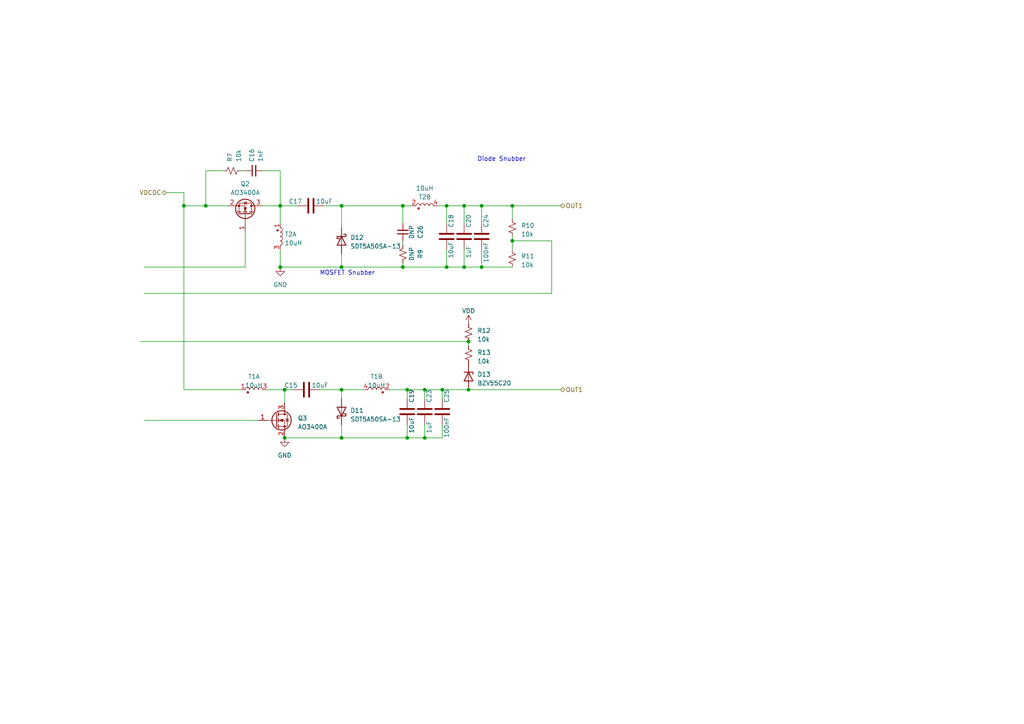
<source format=kicad_sch>
(kicad_sch (version 20230121) (generator eeschema)
  (paper "A4")
  (lib_symbols
    (symbol "Device:C" (pin_numbers hide) (pin_names (offset 0.254))
      (property "Reference" "C" (at 0.635 2.54 0))
      (property "Value" "C" (at 0.635 -2.54 0))
      (symbol "C_0_1"
        (polyline (pts (xy -2.032 -0.762) (xy 2.032 -0.762)) (stroke (width 0.508)))
        (polyline (pts (xy -2.032 0.762) (xy 2.032 0.762)) (stroke (width 0.508)))
      )
      (symbol "C_1_1"
        (pin passive line (at 0 3.81 270) (length 2.794) (name "~") (number "1"))
        (pin passive line (at 0 -3.81 90) (length 2.794) (name "~") (number "2"))
      )
    )
    (symbol "Device:C_Small" (pin_numbers hide) (pin_names (offset 0.254) hide)
      (property "Reference" "C" (at 0.254 1.778 0))
      (property "Value" "C_Small" (at 0.254 -2.032 0))
      (symbol "C_Small_0_1"
        (polyline (pts (xy -1.524 -0.508) (xy 1.524 -0.508)) (stroke (width 0.3302)))
        (polyline (pts (xy -1.524 0.508) (xy 1.524 0.508)) (stroke (width 0.3048)))
      )
      (symbol "C_Small_1_1"
        (pin passive line (at 0 2.54 270) (length 2.032) (name "~") (number "1"))
        (pin passive line (at 0 -2.54 90) (length 2.032) (name "~") (number "2"))
      )
    )
    (symbol "Device:D_Schottky" (pin_numbers hide) (pin_names (offset 1.016) hide)
      (property "Reference" "D" (at 0 2.54 0))
      (property "Value" "D_Schottky" (at 0 -2.54 0))
      (symbol "D_Schottky_0_1"
        (polyline (pts (xy 1.27 0) (xy -1.27 0)))
        (polyline (pts (xy 1.27 1.27) (xy 1.27 -1.27) (xy -1.27 0) (xy 1.27 1.27)) (stroke (width 0.254)))
        (polyline (pts (xy -1.905 0.635) (xy -1.905 1.27) (xy -1.27 1.27) (xy -1.27 -1.27) (xy -0.635 -1.27) (xy -0.635 -0.635)) (stroke (width 0.254)))
      )
      (symbol "D_Schottky_1_1"
        (pin passive line (at -3.81 0 0) (length 2.54) (name "K") (number "1"))
        (pin passive line (at 3.81 0 180) (length 2.54) (name "A") (number "2"))
      )
    )
    (symbol "Device:D_Zener" (pin_numbers hide) (pin_names (offset 1.016) hide)
      (property "Reference" "D" (at 0 2.54 0))
      (property "Value" "D_Zener" (at 0 -2.54 0))
      (symbol "D_Zener_0_1"
        (polyline (pts (xy 1.27 0) (xy -1.27 0)))
        (polyline (pts (xy -1.27 -1.27) (xy -1.27 1.27) (xy -0.762 1.27)) (stroke (width 0.254)))
        (polyline (pts (xy 1.27 -1.27) (xy 1.27 1.27) (xy -1.27 0) (xy 1.27 -1.27)) (stroke (width 0.254)))
      )
      (symbol "D_Zener_1_1"
        (pin passive line (at -3.81 0 0) (length 2.54) (name "K") (number "1"))
        (pin passive line (at 3.81 0 180) (length 2.54) (name "A") (number "2"))
      )
    )
    (symbol "Device:R_Small_US" (pin_numbers hide) (pin_names (offset 0.254) hide)
      (property "Reference" "R" (at 0.762 0.508 0))
      (property "Value" "R_Small_US" (at 0.762 -1.016 0))
      (symbol "R_Small_US_1_1"
        (polyline (pts (xy 0 0) (xy 1.016 -0.381) (xy 0 -0.762) (xy -1.016 -1.143) (xy 0 -1.524)))
        (polyline (pts (xy 0 1.524) (xy 1.016 1.143) (xy 0 0.762) (xy -1.016 0.381) (xy 0 0)))
        (pin passive line (at 0 2.54 270) (length 1.016) (name "~") (number "1"))
        (pin passive line (at 0 -2.54 90) (length 1.016) (name "~") (number "2"))
      )
    )
    (symbol "Transistor_FET:AO3400A" (pin_names hide)
      (property "Reference" "Q" (at 5.08 1.905 0))
      (property "Value" "AO3400A" (at 5.08 0 0))
      (symbol "AO3400A_0_1"
        (polyline (pts (xy 0.254 0) (xy -2.54 0)))
        (polyline (pts (xy 0.254 1.905) (xy 0.254 -1.905)) (stroke (width 0.254)))
        (polyline (pts (xy 0.762 -1.27) (xy 0.762 -2.286)) (stroke (width 0.254)))
        (polyline (pts (xy 0.762 0.508) (xy 0.762 -0.508)) (stroke (width 0.254)))
        (polyline (pts (xy 0.762 2.286) (xy 0.762 1.27)) (stroke (width 0.254)))
        (polyline (pts (xy 2.54 2.54) (xy 2.54 1.778)))
        (polyline (pts (xy 2.54 -2.54) (xy 2.54 0) (xy 0.762 0)))
        (polyline (pts (xy 0.762 -1.778) (xy 3.302 -1.778) (xy 3.302 1.778) (xy 0.762 1.778)))
        (polyline (pts (xy 1.016 0) (xy 2.032 0.381) (xy 2.032 -0.381) (xy 1.016 0)) (fill (type outline)))
        (polyline (pts (xy 2.794 0.508) (xy 2.921 0.381) (xy 3.683 0.381) (xy 3.81 0.254)))
        (polyline (pts (xy 3.302 0.381) (xy 2.921 -0.254) (xy 3.683 -0.254) (xy 3.302 0.381)))
        (circle (center 1.651 0) (radius 2.794) (stroke (width 0.254)))
        (circle (center 2.54 -1.778) (radius 0.254) (fill (type outline)))
        (circle (center 2.54 1.778) (radius 0.254) (fill (type outline)))
      )
      (symbol "AO3400A_1_1"
        (pin input line (at -5.08 0 0) (length 2.54) (name "G") (number "1"))
        (pin passive line (at 2.54 -5.08 90) (length 2.54) (name "S") (number "2"))
        (pin passive line (at 2.54 5.08 270) (length 2.54) (name "D") (number "3"))
      )
    )
    (symbol "power:GND" (power) (pin_names (offset 0))
      (property "Value" "GND" (at 0 -3.81 0))
      (symbol "GND_0_1"
        (polyline (pts (xy 0 0) (xy 0 -1.27) (xy 1.27 -1.27) (xy 0 -2.54) (xy -1.27 -1.27) (xy 0 -1.27)))
      )
      (symbol "GND_1_1"
        (pin power_in line (at 0 0 270) (length 0) hide (name "GND") (number "1"))
      )
    )
    (symbol "power:VDD" (power) (pin_names (offset 0))
      (property "Value" "VDD" (at 0 3.81 0))
      (symbol "VDD_0_1"
        (polyline (pts (xy -0.762 1.27) (xy 0 2.54)))
        (polyline (pts (xy 0 0) (xy 0 2.54)))
        (polyline (pts (xy 0 2.54) (xy 0.762 1.27)))
      )
      (symbol "VDD_1_1"
        (pin power_in line (at 0 0 90) (length 0) hide (name "VDD") (number "1"))
      )
    )
    (symbol "symbols:Coilcraft_MSD1260_Split"
      (property "Reference" "T" (at 1.524 0 0))
      (property "Value" "Coilcraft_MSD1260_Split" (at 14.986 0.254 0))
      (symbol "Coilcraft_MSD1260_Split_0_1"
        (arc (start 0 -1.27) (mid -0.6323 -1.905) (end 0 -2.54))
        (arc (start 0 0) (mid -0.6323 -0.635) (end 0 -1.27))
        (arc (start 0 1.27) (mid -0.6323 0.635) (end 0 0))
        (arc (start 0 2.54) (mid -0.6323 1.905) (end 0 1.27))
        (circle (center 0.762 -1.778) (radius 0.254) (fill (type outline)))
      )
      (symbol "Coilcraft_MSD1260_Split_1_1"
        (pin passive line (at 0 -3.81 90) (length 1.27) (name "") (number "1"))
        (pin passive line (at 0 3.81 270) (length 1.27) (name "") (number "3"))
      )
      (symbol "Coilcraft_MSD1260_Split_2_1"
        (pin passive line (at 0 -3.81 90) (length 1.27) (name "") (number "2"))
        (pin passive line (at 0 3.81 270) (length 1.27) (name "") (number "4"))
      )
    )
  )
  (junction (at 99.06 59.69))
  (junction (at 118.11 113.03))
  (junction (at 134.62 59.69))
  (junction (at 53.34 59.69))
  (junction (at 139.7 77.47))
  (junction (at 118.11 127))
  (junction (at 123.19 127))
  (junction (at 116.84 59.69))
  (junction (at 134.62 77.47))
  (junction (at 139.7 59.69))
  (junction (at 128.27 113.03))
  (junction (at 99.06 77.47))
  (junction (at 148.59 69.85))
  (junction (at 82.55 113.03))
  (junction (at 123.19 113.03))
  (junction (at 148.59 59.69))
  (junction (at 99.06 127))
  (junction (at 116.84 77.47))
  (junction (at 135.89 99.06))
  (junction (at 59.69 59.69))
  (junction (at 82.55 127))
  (junction (at 81.28 59.69))
  (junction (at 81.28 77.47))
  (junction (at 129.54 77.47))
  (junction (at 99.06 113.03))
  (junction (at 129.54 59.69))
  (junction (at 135.89 113.03))
  (wire (pts (xy 160.02 69.85) (xy 160.02 85.09)))
  (wire (pts (xy 81.28 59.69) (xy 86.36 59.69)))
  (wire (pts (xy 41.91 77.47) (xy 71.12 77.47)))
  (wire (pts (xy 99.06 73.66) (xy 99.06 77.47)))
  (wire (pts (xy 99.06 113.03) (xy 105.41 113.03)))
  (wire (pts (xy 134.62 59.69) (xy 134.62 64.77)))
  (wire (pts (xy 129.54 64.77) (xy 129.54 59.69)))
  (wire (pts (xy 64.77 49.53) (xy 59.69 49.53)))
  (wire (pts (xy 128.27 123.19) (xy 128.27 127)))
  (wire (pts (xy 116.84 76.2) (xy 116.84 77.47)))
  (wire (pts (xy 69.85 113.03) (xy 53.34 113.03)))
  (wire (pts (xy 148.59 59.69) (xy 148.59 63.5)))
  (wire (pts (xy 92.71 113.03) (xy 99.06 113.03)))
  (wire (pts (xy 148.59 69.85) (xy 148.59 72.39)))
  (wire (pts (xy 123.19 113.03) (xy 123.19 115.57)))
  (wire (pts (xy 81.28 59.69) (xy 81.28 64.77)))
  (wire (pts (xy 53.34 55.88) (xy 53.34 59.69)))
  (wire (pts (xy 82.55 113.03) (xy 85.09 113.03)))
  (wire (pts (xy 123.19 113.03) (xy 128.27 113.03)))
  (wire (pts (xy 41.91 121.92) (xy 74.93 121.92)))
  (wire (pts (xy 118.11 113.03) (xy 123.19 113.03)))
  (wire (pts (xy 69.85 49.53) (xy 71.12 49.53)))
  (wire (pts (xy 48.26 55.88) (xy 53.34 55.88)))
  (wire (pts (xy 134.62 59.69) (xy 139.7 59.69)))
  (wire (pts (xy 82.55 127) (xy 99.06 127)))
  (wire (pts (xy 99.06 123.19) (xy 99.06 127)))
  (wire (pts (xy 99.06 59.69) (xy 116.84 59.69)))
  (wire (pts (xy 113.03 113.03) (xy 118.11 113.03)))
  (wire (pts (xy 116.84 71.12) (xy 116.84 69.85)))
  (wire (pts (xy 128.27 113.03) (xy 135.89 113.03)))
  (wire (pts (xy 81.28 49.53) (xy 81.28 59.69)))
  (wire (pts (xy 116.84 59.69) (xy 119.38 59.69)))
  (wire (pts (xy 53.34 59.69) (xy 59.69 59.69)))
  (wire (pts (xy 118.11 113.03) (xy 118.11 115.57)))
  (wire (pts (xy 93.98 59.69) (xy 99.06 59.69)))
  (wire (pts (xy 123.19 127) (xy 128.27 127)))
  (wire (pts (xy 139.7 59.69) (xy 148.59 59.69)))
  (wire (pts (xy 135.89 99.06) (xy 135.89 100.33)))
  (wire (pts (xy 135.89 113.03) (xy 162.56 113.03)))
  (wire (pts (xy 59.69 49.53) (xy 59.69 59.69)))
  (wire (pts (xy 53.34 59.69) (xy 53.34 113.03)))
  (wire (pts (xy 99.06 127) (xy 118.11 127)))
  (wire (pts (xy 116.84 64.77) (xy 116.84 59.69)))
  (wire (pts (xy 139.7 64.77) (xy 139.7 59.69)))
  (wire (pts (xy 71.12 67.31) (xy 71.12 77.47)))
  (wire (pts (xy 135.89 99.06) (xy 40.64 99.06)))
  (wire (pts (xy 129.54 77.47) (xy 129.54 72.39)))
  (wire (pts (xy 118.11 127) (xy 118.11 123.19)))
  (wire (pts (xy 116.84 77.47) (xy 129.54 77.47)))
  (wire (pts (xy 81.28 77.47) (xy 81.28 72.39)))
  (wire (pts (xy 127 59.69) (xy 129.54 59.69)))
  (wire (pts (xy 134.62 77.47) (xy 139.7 77.47)))
  (wire (pts (xy 118.11 127) (xy 123.19 127)))
  (wire (pts (xy 41.91 85.09) (xy 160.02 85.09)))
  (wire (pts (xy 123.19 123.19) (xy 123.19 127)))
  (wire (pts (xy 128.27 113.03) (xy 128.27 115.57)))
  (wire (pts (xy 99.06 77.47) (xy 116.84 77.47)))
  (wire (pts (xy 148.59 68.58) (xy 148.59 69.85)))
  (wire (pts (xy 82.55 113.03) (xy 82.55 116.84)))
  (wire (pts (xy 148.59 69.85) (xy 160.02 69.85)))
  (wire (pts (xy 148.59 59.69) (xy 162.56 59.69)))
  (wire (pts (xy 59.69 59.69) (xy 66.04 59.69)))
  (wire (pts (xy 139.7 77.47) (xy 148.59 77.47)))
  (wire (pts (xy 76.2 49.53) (xy 81.28 49.53)))
  (wire (pts (xy 134.62 72.39) (xy 134.62 77.47)))
  (wire (pts (xy 99.06 59.69) (xy 99.06 66.04)))
  (wire (pts (xy 81.28 77.47) (xy 99.06 77.47)))
  (wire (pts (xy 129.54 77.47) (xy 134.62 77.47)))
  (wire (pts (xy 139.7 72.39) (xy 139.7 77.47)))
  (wire (pts (xy 129.54 59.69) (xy 134.62 59.69)))
  (wire (pts (xy 76.2 59.69) (xy 81.28 59.69)))
  (wire (pts (xy 99.06 113.03) (xy 99.06 115.57)))
  (wire (pts (xy 77.47 113.03) (xy 82.55 113.03)))
  (text "Diode Snubber" (at 138.43 46.99 0) (effects (font (size 1.27 1.27)) (justify left bottom)))
  (text "MOSFET Snubber" (at 92.71 80.01 0) (effects (font (size 1.27 1.27)) (justify left bottom)))
  (hierarchical_label "OUT1" (shape bidirectional) (at 162.56 113.03 0))
  (hierarchical_label "OUT1" (shape bidirectional) (at 162.56 59.69 0))
  (hierarchical_label "VDCDC" (shape bidirectional) (at 48.26 55.88 180))
  (symbol (lib_id "Device:C") (at 134.62 68.58 0) (unit 1)
    (property "Reference" "C20" (at 135.89 66.04 90) (effects (justify left)))
    (property "Value" "1uF" (at 135.89 74.93 90) (effects (justify left)))
    (property "Footprint" "Capacitor_SMD:C_0402_1005Metric" (effects hide))
  )
  (symbol (lib_id "Device:C") (at 123.19 119.38 0) (unit 1)
    (property "Reference" "C23" (at 124.46 116.84 90) (effects (justify left)))
    (property "Value" "1uF" (at 124.46 125.73 90) (effects (justify left)))
    (property "Footprint" "Capacitor_SMD:C_0402_1005Metric" (effects hide))
  )
  (symbol (lib_id "Device:C_Small") (at 116.84 67.31 0) (mirror x) (unit 1)
    (property "Reference" "C26" (at 121.92 67.3037 90))
    (property "Value" "DNP" (at 119.38 67.3037 90))
    (property "Footprint" "Capacitor_SMD:C_0402_1005Metric" (effects hide))
  )
  (symbol (lib_id "Device:C") (at 90.17 59.69 90) (unit 1)
    (property "Reference" "C17" (at 87.63 58.42 90) (effects (justify left)))
    (property "Value" "10uF" (at 96.52 58.42 90) (effects (justify left)))
    (property "Footprint" "Capacitor_SMD:C_1206_3216Metric" (effects hide))
  )
  (symbol (lib_id "power:VDD") (at 135.89 93.98 0) (unit 1)
    (property "Reference" "#PWR0103" (effects hide))
    (property "Value" "VDD" (at 135.89 90.17 0))
  )
  (symbol (lib_id "Device:C") (at 88.9 113.03 90) (unit 1)
    (property "Reference" "C15" (at 86.36 111.76 90) (effects (justify left)))
    (property "Value" "10uF" (at 95.25 111.76 90) (effects (justify left)))
    (property "Footprint" "Capacitor_SMD:C_1206_3216Metric" (effects hide))
  )
  (symbol (lib_id "Device:R_Small_US") (at 135.89 96.52 0) (unit 1)
    (property "Reference" "R12" (at 138.43 95.885 0) (effects (justify left)))
    (property "Value" "10k" (at 138.43 98.425 0) (effects (justify left)))
    (property "Footprint" "Resistor_SMD:R_0402_1005Metric" (effects hide))
  )
  (symbol (lib_id "symbols:Coilcraft_MSD1260_Split") (at 73.66 113.03 270) (unit 1)
    (property "Reference" "T1" (at 73.66 109.22 90))
    (property "Value" "10uH" (at 73.66 111.76 90))
    (property "Footprint" "Inductor_SMD:L_Wuerth_WE-DD-Typ-L-Typ-XL-Typ-XXL" (effects hide))
    (property "Datasheet" "https://www.coilcraft.com/getmedia/81b2725b-1f41-4d9f-a844-3f3d93c694d5/lpd3015.pdf" (effects hide))
  )
  (symbol (lib_id "Device:D_Schottky") (at 99.06 119.38 90) (unit 1)
    (property "Reference" "D11" (at 101.6 119.0625 90) (effects (justify right)))
    (property "Value" "SDT5A50SA-13" (at 101.6 121.6025 90) (effects (justify right)))
    (property "Footprint" "Diode_SMD:D_SMA" (effects hide))
    (property "Datasheet" "https://www.digikey.com/en/products/detail/diodes-incorporated/SDT5A50SA-13/9769532" (effects hide))
  )
  (symbol (lib_id "Device:C_Small") (at 73.66 49.53 90) (unit 1)
    (property "Reference" "C16" (at 73.0313 46.99 0) (effects (justify left)))
    (property "Value" "1nF" (at 75.5713 46.99 0) (effects (justify left)))
    (property "Footprint" "Capacitor_SMD:C_0402_1005Metric" (effects hide))
  )
  (symbol (lib_id "Device:C") (at 128.27 119.38 0) (unit 1)
    (property "Reference" "C25" (at 129.54 116.84 90) (effects (justify left)))
    (property "Value" "100nF" (at 129.54 127 90) (effects (justify left)))
    (property "Footprint" "Capacitor_SMD:C_0402_1005Metric" (effects hide))
  )
  (symbol (lib_id "Device:D_Zener") (at 135.89 109.22 270) (unit 1)
    (property "Reference" "D13" (at 138.43 108.585 90) (effects (justify left)))
    (property "Value" "BZV55C20" (at 138.43 111.125 90) (effects (justify left)))
    (property "Footprint" "Diode_SMD:D_SOD-323_HandSoldering" (effects hide))
  )
  (symbol (lib_id "Device:C") (at 118.11 119.38 0) (unit 1)
    (property "Reference" "C19" (at 119.38 116.84 90) (effects (justify left)))
    (property "Value" "10uF" (at 119.38 125.73 90) (effects (justify left)))
    (property "Footprint" "Capacitor_SMD:C_1206_3216Metric" (effects hide))
  )
  (symbol (lib_id "Device:R_Small_US") (at 67.31 49.53 90) (unit 1)
    (property "Reference" "R7" (at 66.675 46.99 0) (effects (justify left)))
    (property "Value" "10k" (at 69.215 46.99 0) (effects (justify left)))
    (property "Footprint" "Resistor_SMD:R_0402_1005Metric" (effects hide))
  )
  (symbol (lib_id "symbols:Coilcraft_MSD1260_Split") (at 109.22 113.03 90) (mirror x) (unit 2)
    (property "Reference" "T1" (at 109.22 109.22 90))
    (property "Value" "10uH" (at 109.22 111.76 90))
    (property "Footprint" "Inductor_SMD:L_Wuerth_WE-DD-Typ-L-Typ-XL-Typ-XXL" (effects hide))
    (property "Datasheet" "https://www.coilcraft.com/getmedia/81b2725b-1f41-4d9f-a844-3f3d93c694d5/lpd3015.pdf" (effects hide))
  )
  (symbol (lib_id "power:GND") (at 82.55 127 0) (unit 1)
    (property "Reference" "#PWR0102" (effects hide))
    (property "Value" "GND" (at 82.55 132.08 0))
  )
  (symbol (lib_id "Device:D_Schottky") (at 99.06 69.85 270) (unit 1)
    (property "Reference" "D12" (at 101.6 68.8975 90) (effects (justify left)))
    (property "Value" "SDT5A50SA-13" (at 101.6 71.4375 90) (effects (justify left)))
    (property "Footprint" "Diode_SMD:D_SMA" (effects hide))
    (property "Datasheet" "https://www.digikey.com/en/products/detail/diodes-incorporated/SDT5A50SA-13/9769532" (effects hide))
  )
  (symbol (lib_id "symbols:Coilcraft_MSD1260_Split") (at 81.28 68.58 180) (unit 1)
    (property "Reference" "T2" (at 82.55 67.945 0) (effects (justify right)))
    (property "Value" "10uH" (at 82.55 70.485 0) (effects (justify right)))
    (property "Footprint" "Inductor_SMD:L_Wuerth_WE-DD-Typ-L-Typ-XL-Typ-XXL" (effects hide))
    (property "Datasheet" "https://www.coilcraft.com/getmedia/81b2725b-1f41-4d9f-a844-3f3d93c694d5/lpd3015.pdf" (effects hide))
  )
  (symbol (lib_id "Device:R_Small_US") (at 148.59 74.93 0) (unit 1)
    (property "Reference" "R11" (at 151.13 74.295 0) (effects (justify left)))
    (property "Value" "10k" (at 151.13 76.835 0) (effects (justify left)))
    (property "Footprint" "Resistor_SMD:R_0402_1005Metric" (effects hide))
  )
  (symbol (lib_id "Device:C") (at 139.7 68.58 0) (unit 1)
    (property "Reference" "C24" (at 140.97 66.04 90) (effects (justify left)))
    (property "Value" "100nF" (at 140.97 76.2 90) (effects (justify left)))
    (property "Footprint" "Capacitor_SMD:C_0402_1005Metric" (effects hide))
  )
  (symbol (lib_id "Device:C") (at 129.54 68.58 0) (unit 1)
    (property "Reference" "C18" (at 130.81 66.04 90) (effects (justify left)))
    (property "Value" "10uF" (at 130.81 74.93 90) (effects (justify left)))
    (property "Footprint" "Capacitor_SMD:C_1206_3216Metric" (effects hide))
  )
  (symbol (lib_id "Device:R_Small_US") (at 148.59 66.04 0) (unit 1)
    (property "Reference" "R10" (at 151.13 65.405 0) (effects (justify left)))
    (property "Value" "10k" (at 151.13 67.945 0) (effects (justify left)))
    (property "Footprint" "Resistor_SMD:R_0402_1005Metric" (effects hide))
  )
  (symbol (lib_id "Transistor_FET:AO3400A") (at 71.12 62.23 270) (mirror x) (unit 1)
    (property "Reference" "Q2" (at 71.12 53.34 90))
    (property "Value" "AO3400A" (at 71.12 55.88 90))
    (property "Footprint" "Package_TO_SOT_SMD:SOT-23" (effects hide))
    (property "Datasheet" "http://www.aosmd.com/pdfs/datasheet/AO3400A.pdf" (effects hide))
  )
  (symbol (lib_id "Device:R_Small_US") (at 135.89 102.87 0) (unit 1)
    (property "Reference" "R13" (at 138.43 102.235 0) (effects (justify left)))
    (property "Value" "10k" (at 138.43 104.775 0) (effects (justify left)))
    (property "Footprint" "Resistor_SMD:R_0402_1005Metric" (effects hide))
  )
  (symbol (lib_id "Device:R_Small_US") (at 116.84 73.66 0) (mirror x) (unit 1)
    (property "Reference" "R9" (at 121.92 73.66 90))
    (property "Value" "DNP" (at 119.38 73.66 90))
    (property "Footprint" "Resistor_SMD:R_0402_1005Metric" (effects hide))
  )
  (symbol (lib_id "symbols:Coilcraft_MSD1260_Split") (at 123.19 59.69 270) (unit 2)
    (property "Reference" "T2" (at 123.19 57.15 90))
    (property "Value" "10uH" (at 123.19 54.61 90))
    (property "Footprint" "Inductor_SMD:L_Wuerth_WE-DD-Typ-L-Typ-XL-Typ-XXL" (effects hide))
    (property "Datasheet" "https://www.coilcraft.com/getmedia/81b2725b-1f41-4d9f-a844-3f3d93c694d5/lpd3015.pdf" (effects hide))
  )
  (symbol (lib_id "power:GND") (at 81.28 77.47 0) (unit 1)
    (property "Reference" "#PWR0101" (effects hide))
    (property "Value" "GND" (at 81.28 82.55 0))
  )
  (symbol (lib_id "Transistor_FET:AO3400A") (at 80.01 121.92 0) (unit 1)
    (property "Reference" "Q3" (at 86.36 121.285 0) (effects (justify left)))
    (property "Value" "AO3400A" (at 86.36 123.825 0) (effects (justify left)))
    (property "Footprint" "Package_TO_SOT_SMD:SOT-23" (effects hide))
    (property "Datasheet" "http://www.aosmd.com/pdfs/datasheet/AO3400A.pdf" (effects hide))
  )
)
</source>
